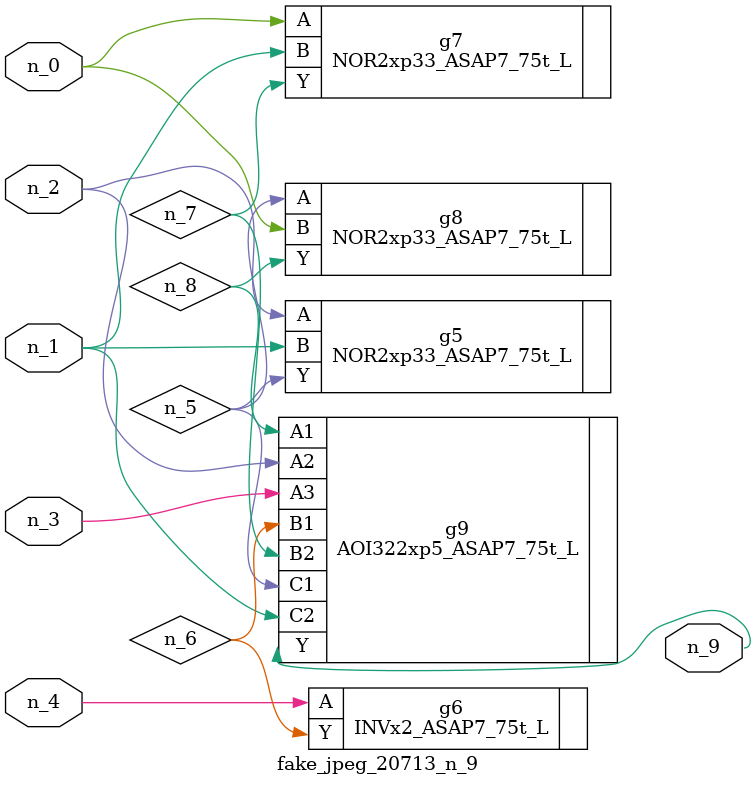
<source format=v>
module fake_jpeg_20713_n_9 (n_3, n_2, n_1, n_0, n_4, n_9);

input n_3;
input n_2;
input n_1;
input n_0;
input n_4;

output n_9;

wire n_8;
wire n_6;
wire n_5;
wire n_7;

NOR2xp33_ASAP7_75t_L g5 ( 
.A(n_2),
.B(n_1),
.Y(n_5)
);

INVx2_ASAP7_75t_L g6 ( 
.A(n_4),
.Y(n_6)
);

NOR2xp33_ASAP7_75t_L g7 ( 
.A(n_0),
.B(n_1),
.Y(n_7)
);

NOR2xp33_ASAP7_75t_L g8 ( 
.A(n_5),
.B(n_0),
.Y(n_8)
);

AOI322xp5_ASAP7_75t_L g9 ( 
.A1(n_8),
.A2(n_2),
.A3(n_3),
.B1(n_6),
.B2(n_7),
.C1(n_5),
.C2(n_1),
.Y(n_9)
);


endmodule
</source>
